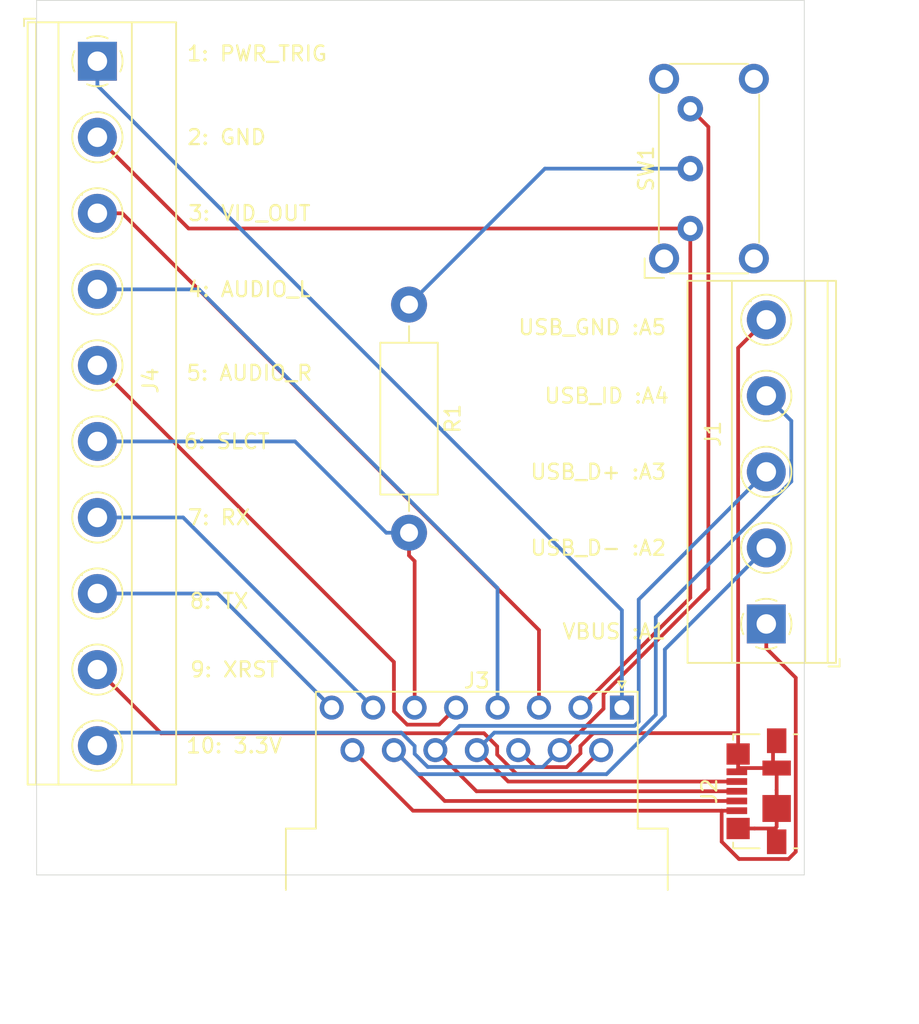
<source format=kicad_pcb>
(kicad_pcb (version 20171130) (host pcbnew 5.1.5-1.fc31)

  (general
    (thickness 1.6)
    (drawings 19)
    (tracks 112)
    (zones 0)
    (modules 6)
    (nets 17)
  )

  (page User 148.006 210.007)
  (title_block
    (title "Sony MultiPort Breakout board")
    (date 2020-05-22)
    (company "Andrej Manduch")
  )

  (layers
    (0 F.Cu signal)
    (31 B.Cu signal)
    (32 B.Adhes user)
    (33 F.Adhes user)
    (34 B.Paste user)
    (35 F.Paste user)
    (36 B.SilkS user)
    (37 F.SilkS user)
    (38 B.Mask user)
    (39 F.Mask user)
    (40 Dwgs.User user)
    (41 Cmts.User user)
    (42 Eco1.User user)
    (43 Eco2.User user)
    (44 Edge.Cuts user)
    (45 Margin user)
    (46 B.CrtYd user)
    (47 F.CrtYd user)
    (48 B.Fab user)
    (49 F.Fab user)
  )

  (setup
    (last_trace_width 0.25)
    (trace_clearance 0.2)
    (zone_clearance 0.508)
    (zone_45_only no)
    (trace_min 0.2)
    (via_size 0.8)
    (via_drill 0.4)
    (via_min_size 0.4)
    (via_min_drill 0.3)
    (uvia_size 0.3)
    (uvia_drill 0.1)
    (uvias_allowed no)
    (uvia_min_size 0.2)
    (uvia_min_drill 0.1)
    (edge_width 0.05)
    (segment_width 0.2)
    (pcb_text_width 0.3)
    (pcb_text_size 1.5 1.5)
    (mod_edge_width 0.12)
    (mod_text_size 1 1)
    (mod_text_width 0.15)
    (pad_size 1.524 1.524)
    (pad_drill 0.762)
    (pad_to_mask_clearance 0.051)
    (solder_mask_min_width 0.25)
    (aux_axis_origin 0 0)
    (visible_elements FFFFFF7F)
    (pcbplotparams
      (layerselection 0x010fc_ffffffff)
      (usegerberextensions false)
      (usegerberattributes false)
      (usegerberadvancedattributes false)
      (creategerberjobfile false)
      (excludeedgelayer true)
      (linewidth 0.100000)
      (plotframeref false)
      (viasonmask false)
      (mode 1)
      (useauxorigin false)
      (hpglpennumber 1)
      (hpglpenspeed 20)
      (hpglpendiameter 15.000000)
      (psnegative false)
      (psa4output false)
      (plotreference true)
      (plotvalue true)
      (plotinvisibletext false)
      (padsonsilk false)
      (subtractmaskfromsilk false)
      (outputformat 1)
      (mirror false)
      (drillshape 0)
      (scaleselection 1)
      (outputdirectory "jlcpcb/"))
  )

  (net 0 "")
  (net 1 /VBUS)
  (net 2 /USB_D-)
  (net 3 /USB_D+)
  (net 4 /USB_ID)
  (net 5 /USB_GND)
  (net 6 /PWR_TGL)
  (net 7 /GND)
  (net 8 /VID_OUT)
  (net 9 /AUDIO_L)
  (net 10 /AUDIO_R)
  (net 11 /SLCT)
  (net 12 /RX)
  (net 13 /TX)
  (net 14 /XRST)
  (net 15 /33V)
  (net 16 "Net-(R1-Pad1)")

  (net_class Default "This is the default net class."
    (clearance 0.2)
    (trace_width 0.25)
    (via_dia 0.8)
    (via_drill 0.4)
    (uvia_dia 0.3)
    (uvia_drill 0.1)
    (add_net /33V)
    (add_net /AUDIO_L)
    (add_net /AUDIO_R)
    (add_net /GND)
    (add_net /PWR_TGL)
    (add_net /RX)
    (add_net /SLCT)
    (add_net /TX)
    (add_net /USB_D+)
    (add_net /USB_D-)
    (add_net /USB_GND)
    (add_net /USB_ID)
    (add_net /VBUS)
    (add_net /VID_OUT)
    (add_net /XRST)
    (add_net "Net-(R1-Pad1)")
  )

  (module Connector_Dsub:DSUB-15_Female_Horizontal_P2.77x2.84mm_EdgePinOffset9.40mm (layer F.Cu) (tedit 59FEDEE2) (tstamp 5EC823F7)
    (at 87.376 102.616)
    (descr "15-pin D-Sub connector, horizontal/angled (90 deg), THT-mount, female, pitch 2.77x2.84mm, pin-PCB-offset 9.4mm, see http://docs-europe.electrocomponents.com/webdocs/1585/0900766b81585df2.pdf")
    (tags "15-pin D-Sub connector horizontal angled 90deg THT female pitch 2.77x2.84mm pin-PCB-offset 9.4mm")
    (path /5EC9000C)
    (fp_text reference J3 (at -9.695 -1.8) (layer F.SilkS)
      (effects (font (size 1 1) (thickness 0.15)))
    )
    (fp_text value soldier_pads (at -9.695 20.31) (layer F.Fab)
      (effects (font (size 1 1) (thickness 0.15)))
    )
    (fp_text user %R (at -9.695 15.725) (layer F.Fab)
      (effects (font (size 1 1) (thickness 0.15)))
    )
    (fp_line (start 3.15 19.35) (end -22.5 19.35) (layer F.CrtYd) (width 0.05))
    (fp_line (start 3.15 13.15) (end 3.15 19.35) (layer F.CrtYd) (width 0.05))
    (fp_line (start 10.45 13.15) (end 3.15 13.15) (layer F.CrtYd) (width 0.05))
    (fp_line (start 10.45 11.75) (end 10.45 13.15) (layer F.CrtYd) (width 0.05))
    (fp_line (start 3.55 11.75) (end 10.45 11.75) (layer F.CrtYd) (width 0.05))
    (fp_line (start 3.55 7.65) (end 3.55 11.75) (layer F.CrtYd) (width 0.05))
    (fp_line (start 1.3 7.65) (end 3.55 7.65) (layer F.CrtYd) (width 0.05))
    (fp_line (start 1.3 -1.35) (end 1.3 7.65) (layer F.CrtYd) (width 0.05))
    (fp_line (start -20.7 -1.35) (end 1.3 -1.35) (layer F.CrtYd) (width 0.05))
    (fp_line (start -20.7 7.65) (end -20.7 -1.35) (layer F.CrtYd) (width 0.05))
    (fp_line (start -22.9 7.65) (end -20.7 7.65) (layer F.CrtYd) (width 0.05))
    (fp_line (start -22.9 11.75) (end -22.9 7.65) (layer F.CrtYd) (width 0.05))
    (fp_line (start -29.8 11.75) (end -22.9 11.75) (layer F.CrtYd) (width 0.05))
    (fp_line (start -29.8 13.15) (end -29.8 11.75) (layer F.CrtYd) (width 0.05))
    (fp_line (start -22.5 13.15) (end -29.8 13.15) (layer F.CrtYd) (width 0.05))
    (fp_line (start -22.5 19.35) (end -22.5 13.15) (layer F.CrtYd) (width 0.05))
    (fp_line (start 0 -1.321325) (end -0.25 -1.754338) (layer F.SilkS) (width 0.12))
    (fp_line (start 0.25 -1.754338) (end 0 -1.321325) (layer F.SilkS) (width 0.12))
    (fp_line (start -0.25 -1.754338) (end 0.25 -1.754338) (layer F.SilkS) (width 0.12))
    (fp_line (start 3.065 8.08) (end 3.065 12.18) (layer F.SilkS) (width 0.12))
    (fp_line (start 1.06 8.08) (end 3.065 8.08) (layer F.SilkS) (width 0.12))
    (fp_line (start 1.06 -1.06) (end 1.06 8.08) (layer F.SilkS) (width 0.12))
    (fp_line (start -20.45 -1.06) (end 1.06 -1.06) (layer F.SilkS) (width 0.12))
    (fp_line (start -20.45 8.08) (end -20.45 -1.06) (layer F.SilkS) (width 0.12))
    (fp_line (start -22.455 8.08) (end -20.45 8.08) (layer F.SilkS) (width 0.12))
    (fp_line (start -22.455 12.18) (end -22.455 8.08) (layer F.SilkS) (width 0.12))
    (fp_line (start 2.605 12.64) (end -21.995 12.64) (layer F.Fab) (width 0.1))
    (fp_line (start 2.605 18.81) (end 2.605 12.64) (layer F.Fab) (width 0.1))
    (fp_line (start -21.995 18.81) (end 2.605 18.81) (layer F.Fab) (width 0.1))
    (fp_line (start -21.995 12.64) (end -21.995 18.81) (layer F.Fab) (width 0.1))
    (fp_line (start 9.905 12.24) (end -29.295 12.24) (layer F.Fab) (width 0.1))
    (fp_line (start 9.905 12.64) (end 9.905 12.24) (layer F.Fab) (width 0.1))
    (fp_line (start -29.295 12.64) (end 9.905 12.64) (layer F.Fab) (width 0.1))
    (fp_line (start -29.295 12.24) (end -29.295 12.64) (layer F.Fab) (width 0.1))
    (fp_line (start 3.005 8.14) (end -22.395 8.14) (layer F.Fab) (width 0.1))
    (fp_line (start 3.005 12.24) (end 3.005 8.14) (layer F.Fab) (width 0.1))
    (fp_line (start -22.395 12.24) (end 3.005 12.24) (layer F.Fab) (width 0.1))
    (fp_line (start -22.395 8.14) (end -22.395 12.24) (layer F.Fab) (width 0.1))
    (fp_line (start -17.905 2.84) (end -17.905 8.14) (layer F.Fab) (width 0.1))
    (fp_line (start -18.005 2.84) (end -18.005 8.14) (layer F.Fab) (width 0.1))
    (fp_line (start -18.105 2.84) (end -18.105 8.14) (layer F.Fab) (width 0.1))
    (fp_line (start -15.135 2.84) (end -15.135 8.14) (layer F.Fab) (width 0.1))
    (fp_line (start -15.235 2.84) (end -15.235 8.14) (layer F.Fab) (width 0.1))
    (fp_line (start -15.335 2.84) (end -15.335 8.14) (layer F.Fab) (width 0.1))
    (fp_line (start -12.365 2.84) (end -12.365 8.14) (layer F.Fab) (width 0.1))
    (fp_line (start -12.465 2.84) (end -12.465 8.14) (layer F.Fab) (width 0.1))
    (fp_line (start -12.565 2.84) (end -12.565 8.14) (layer F.Fab) (width 0.1))
    (fp_line (start -9.595 2.84) (end -9.595 8.14) (layer F.Fab) (width 0.1))
    (fp_line (start -9.695 2.84) (end -9.695 8.14) (layer F.Fab) (width 0.1))
    (fp_line (start -9.795 2.84) (end -9.795 8.14) (layer F.Fab) (width 0.1))
    (fp_line (start -6.825 2.84) (end -6.825 8.14) (layer F.Fab) (width 0.1))
    (fp_line (start -6.925 2.84) (end -6.925 8.14) (layer F.Fab) (width 0.1))
    (fp_line (start -7.025 2.84) (end -7.025 8.14) (layer F.Fab) (width 0.1))
    (fp_line (start -4.055 2.84) (end -4.055 8.14) (layer F.Fab) (width 0.1))
    (fp_line (start -4.155 2.84) (end -4.155 8.14) (layer F.Fab) (width 0.1))
    (fp_line (start -4.255 2.84) (end -4.255 8.14) (layer F.Fab) (width 0.1))
    (fp_line (start -1.285 2.84) (end -1.285 8.14) (layer F.Fab) (width 0.1))
    (fp_line (start -1.385 2.84) (end -1.385 8.14) (layer F.Fab) (width 0.1))
    (fp_line (start -1.485 2.84) (end -1.485 8.14) (layer F.Fab) (width 0.1))
    (fp_line (start -19.29 0) (end -19.29 8.14) (layer F.Fab) (width 0.1))
    (fp_line (start -19.39 0) (end -19.39 8.14) (layer F.Fab) (width 0.1))
    (fp_line (start -19.49 0) (end -19.49 8.14) (layer F.Fab) (width 0.1))
    (fp_line (start -16.52 0) (end -16.52 8.14) (layer F.Fab) (width 0.1))
    (fp_line (start -16.62 0) (end -16.62 8.14) (layer F.Fab) (width 0.1))
    (fp_line (start -16.72 0) (end -16.72 8.14) (layer F.Fab) (width 0.1))
    (fp_line (start -13.75 0) (end -13.75 8.14) (layer F.Fab) (width 0.1))
    (fp_line (start -13.85 0) (end -13.85 8.14) (layer F.Fab) (width 0.1))
    (fp_line (start -13.95 0) (end -13.95 8.14) (layer F.Fab) (width 0.1))
    (fp_line (start -10.98 0) (end -10.98 8.14) (layer F.Fab) (width 0.1))
    (fp_line (start -11.08 0) (end -11.08 8.14) (layer F.Fab) (width 0.1))
    (fp_line (start -11.18 0) (end -11.18 8.14) (layer F.Fab) (width 0.1))
    (fp_line (start -8.21 0) (end -8.21 8.14) (layer F.Fab) (width 0.1))
    (fp_line (start -8.31 0) (end -8.31 8.14) (layer F.Fab) (width 0.1))
    (fp_line (start -8.41 0) (end -8.41 8.14) (layer F.Fab) (width 0.1))
    (fp_line (start -5.44 0) (end -5.44 8.14) (layer F.Fab) (width 0.1))
    (fp_line (start -5.54 0) (end -5.54 8.14) (layer F.Fab) (width 0.1))
    (fp_line (start -5.64 0) (end -5.64 8.14) (layer F.Fab) (width 0.1))
    (fp_line (start -2.67 0) (end -2.67 8.14) (layer F.Fab) (width 0.1))
    (fp_line (start -2.77 0) (end -2.77 8.14) (layer F.Fab) (width 0.1))
    (fp_line (start -2.87 0) (end -2.87 8.14) (layer F.Fab) (width 0.1))
    (fp_line (start 0.1 0) (end 0.1 8.14) (layer F.Fab) (width 0.1))
    (fp_line (start 0 0) (end 0 8.14) (layer F.Fab) (width 0.1))
    (fp_line (start -0.1 0) (end -0.1 8.14) (layer F.Fab) (width 0.1))
    (pad 15 thru_hole circle (at -18.005 2.84) (size 1.6 1.6) (drill 1) (layers *.Cu *.Mask)
      (net 1 /VBUS))
    (pad 14 thru_hole circle (at -15.235 2.84) (size 1.6 1.6) (drill 1) (layers *.Cu *.Mask)
      (net 2 /USB_D-))
    (pad 13 thru_hole circle (at -12.465 2.84) (size 1.6 1.6) (drill 1) (layers *.Cu *.Mask)
      (net 3 /USB_D+))
    (pad 12 thru_hole circle (at -9.695 2.84) (size 1.6 1.6) (drill 1) (layers *.Cu *.Mask)
      (net 4 /USB_ID))
    (pad 11 thru_hole circle (at -6.925 2.84) (size 1.6 1.6) (drill 1) (layers *.Cu *.Mask)
      (net 5 /USB_GND))
    (pad 10 thru_hole circle (at -4.155 2.84) (size 1.6 1.6) (drill 1) (layers *.Cu *.Mask)
      (net 15 /33V))
    (pad 9 thru_hole circle (at -1.385 2.84) (size 1.6 1.6) (drill 1) (layers *.Cu *.Mask)
      (net 14 /XRST))
    (pad 8 thru_hole circle (at -19.39 0) (size 1.6 1.6) (drill 1) (layers *.Cu *.Mask)
      (net 13 /TX))
    (pad 7 thru_hole circle (at -16.62 0) (size 1.6 1.6) (drill 1) (layers *.Cu *.Mask)
      (net 12 /RX))
    (pad 6 thru_hole circle (at -13.85 0) (size 1.6 1.6) (drill 1) (layers *.Cu *.Mask)
      (net 11 /SLCT))
    (pad 5 thru_hole circle (at -11.08 0) (size 1.6 1.6) (drill 1) (layers *.Cu *.Mask)
      (net 10 /AUDIO_R))
    (pad 4 thru_hole circle (at -8.31 0) (size 1.6 1.6) (drill 1) (layers *.Cu *.Mask)
      (net 9 /AUDIO_L))
    (pad 3 thru_hole circle (at -5.54 0) (size 1.6 1.6) (drill 1) (layers *.Cu *.Mask)
      (net 8 /VID_OUT))
    (pad 2 thru_hole circle (at -2.77 0) (size 1.6 1.6) (drill 1) (layers *.Cu *.Mask)
      (net 7 /GND))
    (pad 1 thru_hole rect (at 0 0) (size 1.6 1.6) (drill 1) (layers *.Cu *.Mask)
      (net 6 /PWR_TGL))
    (model ${KISYS3DMOD}/Connector_Dsub.3dshapes/DSUB-15_Female_Horizontal_P2.77x2.84mm_EdgePinOffset9.40mm.wrl
      (at (xyz 0 0 0))
      (scale (xyz 1 1 1))
      (rotate (xyz 0 0 0))
    )
  )

  (module Connector_USB:USB_Micro-B_Molex_47346-0001 (layer F.Cu) (tedit 5D8620A7) (tstamp 5EC82390)
    (at 96.52 108.204 90)
    (descr "Micro USB B receptable with flange, bottom-mount, SMD, right-angle (http://www.molex.com/pdm_docs/sd/473460001_sd.pdf)")
    (tags "Micro B USB SMD")
    (path /5EC78F39)
    (attr smd)
    (fp_text reference J2 (at 0 -3.3 270) (layer F.SilkS)
      (effects (font (size 1 1) (thickness 0.15)))
    )
    (fp_text value USB_B_Micro (at 0 4.6 270) (layer F.Fab)
      (effects (font (size 1 1) (thickness 0.15)))
    )
    (fp_text user "PCB Edge" (at 0 2.67 270) (layer Dwgs.User)
      (effects (font (size 0.4 0.4) (thickness 0.04)))
    )
    (fp_text user %R (at 0 1.2 90) (layer F.Fab)
      (effects (font (size 1 1) (thickness 0.15)))
    )
    (fp_line (start 3.81 -1.71) (end 3.43 -1.71) (layer F.SilkS) (width 0.12))
    (fp_line (start 4.7 3.85) (end -4.7 3.85) (layer F.CrtYd) (width 0.05))
    (fp_line (start 4.7 -2.65) (end 4.7 3.85) (layer F.CrtYd) (width 0.05))
    (fp_line (start -4.7 -2.65) (end 4.7 -2.65) (layer F.CrtYd) (width 0.05))
    (fp_line (start -4.7 3.85) (end -4.7 -2.65) (layer F.CrtYd) (width 0.05))
    (fp_line (start 3.75 3.35) (end -3.75 3.35) (layer F.Fab) (width 0.1))
    (fp_line (start 3.75 -1.65) (end 3.75 3.35) (layer F.Fab) (width 0.1))
    (fp_line (start -3.75 -1.65) (end 3.75 -1.65) (layer F.Fab) (width 0.1))
    (fp_line (start -3.75 3.35) (end -3.75 -1.65) (layer F.Fab) (width 0.1))
    (fp_line (start 3.81 2.34) (end 3.81 2.6) (layer F.SilkS) (width 0.12))
    (fp_line (start 3.81 -1.71) (end 3.81 0.06) (layer F.SilkS) (width 0.12))
    (fp_line (start -3.81 -1.71) (end -3.43 -1.71) (layer F.SilkS) (width 0.12))
    (fp_line (start -3.81 0.06) (end -3.81 -1.71) (layer F.SilkS) (width 0.12))
    (fp_line (start -3.81 2.6) (end -3.81 2.34) (layer F.SilkS) (width 0.12))
    (fp_line (start -3.25 2.65) (end 3.25 2.65) (layer F.Fab) (width 0.1))
    (pad 1 smd rect (at -1.3 -1.46 90) (size 0.45 1.38) (layers F.Cu F.Paste F.Mask)
      (net 1 /VBUS))
    (pad 2 smd rect (at -0.65 -1.46 90) (size 0.45 1.38) (layers F.Cu F.Paste F.Mask)
      (net 2 /USB_D-))
    (pad 3 smd rect (at 0 -1.46 90) (size 0.45 1.38) (layers F.Cu F.Paste F.Mask)
      (net 3 /USB_D+))
    (pad 4 smd rect (at 0.65 -1.46 90) (size 0.45 1.38) (layers F.Cu F.Paste F.Mask)
      (net 4 /USB_ID))
    (pad 5 smd rect (at 1.3 -1.46 90) (size 0.45 1.38) (layers F.Cu F.Paste F.Mask)
      (net 5 /USB_GND))
    (pad 6 smd rect (at -2.4875 -1.375 90) (size 1.425 1.55) (layers F.Cu F.Paste F.Mask)
      (net 5 /USB_GND))
    (pad 6 smd rect (at 2.4875 -1.375 90) (size 1.425 1.55) (layers F.Cu F.Paste F.Mask)
      (net 5 /USB_GND))
    (pad 6 smd rect (at -3.375 1.2 90) (size 1.65 1.3) (layers F.Cu F.Paste F.Mask)
      (net 5 /USB_GND))
    (pad 6 smd rect (at 3.375 1.2 90) (size 1.65 1.3) (layers F.Cu F.Paste F.Mask)
      (net 5 /USB_GND))
    (pad 6 smd rect (at -1.15 1.2 90) (size 1.8 1.9) (layers F.Cu F.Paste F.Mask)
      (net 5 /USB_GND))
    (pad 6 smd rect (at 1.55 1.2 90) (size 1 1.9) (layers F.Cu F.Paste F.Mask)
      (net 5 /USB_GND))
    (model ${KISYS3DMOD}/Connector_USB.3dshapes/USB_Micro-B_Molex_47346-0001.wrl
      (at (xyz 0 0 0))
      (scale (xyz 1 1 1))
      (rotate (xyz 0 0 0))
    )
  )

  (module TerminalBlock_Phoenix:TerminalBlock_Phoenix_MKDS-1,5-10-5.08_1x10_P5.08mm_Horizontal (layer F.Cu) (tedit 5B294EC5) (tstamp 5EC8246B)
    (at 52.324 59.436 270)
    (descr "Terminal Block Phoenix MKDS-1,5-10-5.08, 10 pins, pitch 5.08mm, size 50.8x9.8mm^2, drill diamater 1.3mm, pad diameter 2.6mm, see http://www.farnell.com/datasheets/100425.pdf, script-generated using https://github.com/pointhi/kicad-footprint-generator/scripts/TerminalBlock_Phoenix")
    (tags "THT Terminal Block Phoenix MKDS-1,5-10-5.08 pitch 5.08mm size 50.8x9.8mm^2 drill 1.3mm pad 2.6mm")
    (path /5EC784F5)
    (fp_text reference J4 (at 21.336 -3.556 90) (layer F.SilkS)
      (effects (font (size 1 1) (thickness 0.15)))
    )
    (fp_text value MULT_terminal (at 22.86 5.66 90) (layer F.Fab)
      (effects (font (size 1 1) (thickness 0.15)))
    )
    (fp_arc (start 0 0) (end 0 1.68) (angle -24) (layer F.SilkS) (width 0.12))
    (fp_arc (start 0 0) (end 1.535 0.684) (angle -48) (layer F.SilkS) (width 0.12))
    (fp_arc (start 0 0) (end 0.684 -1.535) (angle -48) (layer F.SilkS) (width 0.12))
    (fp_arc (start 0 0) (end -1.535 -0.684) (angle -48) (layer F.SilkS) (width 0.12))
    (fp_arc (start 0 0) (end -0.684 1.535) (angle -25) (layer F.SilkS) (width 0.12))
    (fp_circle (center 0 0) (end 1.5 0) (layer F.Fab) (width 0.1))
    (fp_circle (center 5.08 0) (end 6.58 0) (layer F.Fab) (width 0.1))
    (fp_circle (center 5.08 0) (end 6.76 0) (layer F.SilkS) (width 0.12))
    (fp_circle (center 10.16 0) (end 11.66 0) (layer F.Fab) (width 0.1))
    (fp_circle (center 10.16 0) (end 11.84 0) (layer F.SilkS) (width 0.12))
    (fp_circle (center 15.24 0) (end 16.74 0) (layer F.Fab) (width 0.1))
    (fp_circle (center 15.24 0) (end 16.92 0) (layer F.SilkS) (width 0.12))
    (fp_circle (center 20.32 0) (end 21.82 0) (layer F.Fab) (width 0.1))
    (fp_circle (center 20.32 0) (end 22 0) (layer F.SilkS) (width 0.12))
    (fp_circle (center 25.4 0) (end 26.9 0) (layer F.Fab) (width 0.1))
    (fp_circle (center 25.4 0) (end 27.08 0) (layer F.SilkS) (width 0.12))
    (fp_circle (center 30.48 0) (end 31.98 0) (layer F.Fab) (width 0.1))
    (fp_circle (center 30.48 0) (end 32.16 0) (layer F.SilkS) (width 0.12))
    (fp_circle (center 35.56 0) (end 37.06 0) (layer F.Fab) (width 0.1))
    (fp_circle (center 35.56 0) (end 37.24 0) (layer F.SilkS) (width 0.12))
    (fp_circle (center 40.64 0) (end 42.14 0) (layer F.Fab) (width 0.1))
    (fp_circle (center 40.64 0) (end 42.32 0) (layer F.SilkS) (width 0.12))
    (fp_circle (center 45.72 0) (end 47.22 0) (layer F.Fab) (width 0.1))
    (fp_circle (center 45.72 0) (end 47.4 0) (layer F.SilkS) (width 0.12))
    (fp_line (start -2.54 -5.2) (end 48.26 -5.2) (layer F.Fab) (width 0.1))
    (fp_line (start 48.26 -5.2) (end 48.26 4.6) (layer F.Fab) (width 0.1))
    (fp_line (start 48.26 4.6) (end -2.04 4.6) (layer F.Fab) (width 0.1))
    (fp_line (start -2.04 4.6) (end -2.54 4.1) (layer F.Fab) (width 0.1))
    (fp_line (start -2.54 4.1) (end -2.54 -5.2) (layer F.Fab) (width 0.1))
    (fp_line (start -2.54 4.1) (end 48.26 4.1) (layer F.Fab) (width 0.1))
    (fp_line (start -2.6 4.1) (end 48.32 4.1) (layer F.SilkS) (width 0.12))
    (fp_line (start -2.54 2.6) (end 48.26 2.6) (layer F.Fab) (width 0.1))
    (fp_line (start -2.6 2.6) (end 48.32 2.6) (layer F.SilkS) (width 0.12))
    (fp_line (start -2.54 -2.3) (end 48.26 -2.3) (layer F.Fab) (width 0.1))
    (fp_line (start -2.6 -2.301) (end 48.32 -2.301) (layer F.SilkS) (width 0.12))
    (fp_line (start -2.6 -5.261) (end 48.32 -5.261) (layer F.SilkS) (width 0.12))
    (fp_line (start -2.6 4.66) (end 48.32 4.66) (layer F.SilkS) (width 0.12))
    (fp_line (start -2.6 -5.261) (end -2.6 4.66) (layer F.SilkS) (width 0.12))
    (fp_line (start 48.32 -5.261) (end 48.32 4.66) (layer F.SilkS) (width 0.12))
    (fp_line (start 1.138 -0.955) (end -0.955 1.138) (layer F.Fab) (width 0.1))
    (fp_line (start 0.955 -1.138) (end -1.138 0.955) (layer F.Fab) (width 0.1))
    (fp_line (start 6.218 -0.955) (end 4.126 1.138) (layer F.Fab) (width 0.1))
    (fp_line (start 6.035 -1.138) (end 3.943 0.955) (layer F.Fab) (width 0.1))
    (fp_line (start 6.355 -1.069) (end 6.308 -1.023) (layer F.SilkS) (width 0.12))
    (fp_line (start 4.046 1.239) (end 4.011 1.274) (layer F.SilkS) (width 0.12))
    (fp_line (start 6.15 -1.275) (end 6.115 -1.239) (layer F.SilkS) (width 0.12))
    (fp_line (start 3.853 1.023) (end 3.806 1.069) (layer F.SilkS) (width 0.12))
    (fp_line (start 11.298 -0.955) (end 9.206 1.138) (layer F.Fab) (width 0.1))
    (fp_line (start 11.115 -1.138) (end 9.023 0.955) (layer F.Fab) (width 0.1))
    (fp_line (start 11.435 -1.069) (end 11.388 -1.023) (layer F.SilkS) (width 0.12))
    (fp_line (start 9.126 1.239) (end 9.091 1.274) (layer F.SilkS) (width 0.12))
    (fp_line (start 11.23 -1.275) (end 11.195 -1.239) (layer F.SilkS) (width 0.12))
    (fp_line (start 8.933 1.023) (end 8.886 1.069) (layer F.SilkS) (width 0.12))
    (fp_line (start 16.378 -0.955) (end 14.286 1.138) (layer F.Fab) (width 0.1))
    (fp_line (start 16.195 -1.138) (end 14.103 0.955) (layer F.Fab) (width 0.1))
    (fp_line (start 16.515 -1.069) (end 16.468 -1.023) (layer F.SilkS) (width 0.12))
    (fp_line (start 14.206 1.239) (end 14.171 1.274) (layer F.SilkS) (width 0.12))
    (fp_line (start 16.31 -1.275) (end 16.275 -1.239) (layer F.SilkS) (width 0.12))
    (fp_line (start 14.013 1.023) (end 13.966 1.069) (layer F.SilkS) (width 0.12))
    (fp_line (start 21.458 -0.955) (end 19.366 1.138) (layer F.Fab) (width 0.1))
    (fp_line (start 21.275 -1.138) (end 19.183 0.955) (layer F.Fab) (width 0.1))
    (fp_line (start 21.595 -1.069) (end 21.548 -1.023) (layer F.SilkS) (width 0.12))
    (fp_line (start 19.286 1.239) (end 19.251 1.274) (layer F.SilkS) (width 0.12))
    (fp_line (start 21.39 -1.275) (end 21.355 -1.239) (layer F.SilkS) (width 0.12))
    (fp_line (start 19.093 1.023) (end 19.046 1.069) (layer F.SilkS) (width 0.12))
    (fp_line (start 26.538 -0.955) (end 24.446 1.138) (layer F.Fab) (width 0.1))
    (fp_line (start 26.355 -1.138) (end 24.263 0.955) (layer F.Fab) (width 0.1))
    (fp_line (start 26.675 -1.069) (end 26.628 -1.023) (layer F.SilkS) (width 0.12))
    (fp_line (start 24.366 1.239) (end 24.331 1.274) (layer F.SilkS) (width 0.12))
    (fp_line (start 26.47 -1.275) (end 26.435 -1.239) (layer F.SilkS) (width 0.12))
    (fp_line (start 24.173 1.023) (end 24.126 1.069) (layer F.SilkS) (width 0.12))
    (fp_line (start 31.618 -0.955) (end 29.526 1.138) (layer F.Fab) (width 0.1))
    (fp_line (start 31.435 -1.138) (end 29.343 0.955) (layer F.Fab) (width 0.1))
    (fp_line (start 31.755 -1.069) (end 31.708 -1.023) (layer F.SilkS) (width 0.12))
    (fp_line (start 29.446 1.239) (end 29.411 1.274) (layer F.SilkS) (width 0.12))
    (fp_line (start 31.55 -1.275) (end 31.515 -1.239) (layer F.SilkS) (width 0.12))
    (fp_line (start 29.253 1.023) (end 29.206 1.069) (layer F.SilkS) (width 0.12))
    (fp_line (start 36.698 -0.955) (end 34.606 1.138) (layer F.Fab) (width 0.1))
    (fp_line (start 36.515 -1.138) (end 34.423 0.955) (layer F.Fab) (width 0.1))
    (fp_line (start 36.835 -1.069) (end 36.788 -1.023) (layer F.SilkS) (width 0.12))
    (fp_line (start 34.526 1.239) (end 34.491 1.274) (layer F.SilkS) (width 0.12))
    (fp_line (start 36.63 -1.275) (end 36.595 -1.239) (layer F.SilkS) (width 0.12))
    (fp_line (start 34.333 1.023) (end 34.286 1.069) (layer F.SilkS) (width 0.12))
    (fp_line (start 41.778 -0.955) (end 39.686 1.138) (layer F.Fab) (width 0.1))
    (fp_line (start 41.595 -1.138) (end 39.503 0.955) (layer F.Fab) (width 0.1))
    (fp_line (start 41.915 -1.069) (end 41.868 -1.023) (layer F.SilkS) (width 0.12))
    (fp_line (start 39.606 1.239) (end 39.571 1.274) (layer F.SilkS) (width 0.12))
    (fp_line (start 41.71 -1.275) (end 41.675 -1.239) (layer F.SilkS) (width 0.12))
    (fp_line (start 39.413 1.023) (end 39.366 1.069) (layer F.SilkS) (width 0.12))
    (fp_line (start 46.858 -0.955) (end 44.766 1.138) (layer F.Fab) (width 0.1))
    (fp_line (start 46.675 -1.138) (end 44.583 0.955) (layer F.Fab) (width 0.1))
    (fp_line (start 46.995 -1.069) (end 46.948 -1.023) (layer F.SilkS) (width 0.12))
    (fp_line (start 44.686 1.239) (end 44.651 1.274) (layer F.SilkS) (width 0.12))
    (fp_line (start 46.79 -1.275) (end 46.755 -1.239) (layer F.SilkS) (width 0.12))
    (fp_line (start 44.493 1.023) (end 44.446 1.069) (layer F.SilkS) (width 0.12))
    (fp_line (start -2.84 4.16) (end -2.84 4.9) (layer F.SilkS) (width 0.12))
    (fp_line (start -2.84 4.9) (end -2.34 4.9) (layer F.SilkS) (width 0.12))
    (fp_line (start -3.04 -5.71) (end -3.04 5.1) (layer F.CrtYd) (width 0.05))
    (fp_line (start -3.04 5.1) (end 48.76 5.1) (layer F.CrtYd) (width 0.05))
    (fp_line (start 48.76 5.1) (end 48.76 -5.71) (layer F.CrtYd) (width 0.05))
    (fp_line (start 48.76 -5.71) (end -3.04 -5.71) (layer F.CrtYd) (width 0.05))
    (fp_text user %R (at 22.86 3.2 90) (layer F.Fab)
      (effects (font (size 1 1) (thickness 0.15)))
    )
    (pad 1 thru_hole rect (at 0 0 270) (size 2.6 2.6) (drill 1.3) (layers *.Cu *.Mask)
      (net 6 /PWR_TGL))
    (pad 2 thru_hole circle (at 5.08 0 270) (size 2.6 2.6) (drill 1.3) (layers *.Cu *.Mask)
      (net 7 /GND))
    (pad 3 thru_hole circle (at 10.16 0 270) (size 2.6 2.6) (drill 1.3) (layers *.Cu *.Mask)
      (net 8 /VID_OUT))
    (pad 4 thru_hole circle (at 15.24 0 270) (size 2.6 2.6) (drill 1.3) (layers *.Cu *.Mask)
      (net 9 /AUDIO_L))
    (pad 5 thru_hole circle (at 20.32 0 270) (size 2.6 2.6) (drill 1.3) (layers *.Cu *.Mask)
      (net 10 /AUDIO_R))
    (pad 6 thru_hole circle (at 25.4 0 270) (size 2.6 2.6) (drill 1.3) (layers *.Cu *.Mask)
      (net 11 /SLCT))
    (pad 7 thru_hole circle (at 30.48 0 270) (size 2.6 2.6) (drill 1.3) (layers *.Cu *.Mask)
      (net 12 /RX))
    (pad 8 thru_hole circle (at 35.56 0 270) (size 2.6 2.6) (drill 1.3) (layers *.Cu *.Mask)
      (net 13 /TX))
    (pad 9 thru_hole circle (at 40.64 0 270) (size 2.6 2.6) (drill 1.3) (layers *.Cu *.Mask)
      (net 14 /XRST))
    (pad 10 thru_hole circle (at 45.72 0 270) (size 2.6 2.6) (drill 1.3) (layers *.Cu *.Mask)
      (net 15 /33V))
    (model ${KISYS3DMOD}/TerminalBlock_Phoenix.3dshapes/TerminalBlock_Phoenix_MKDS-1,5-10-5.08_1x10_P5.08mm_Horizontal.wrl
      (at (xyz 0 0 0))
      (scale (xyz 1 1 1))
      (rotate (xyz 0 0 0))
    )
  )

  (module TerminalBlock_Phoenix:TerminalBlock_Phoenix_MKDS-1,5-5-5.08_1x05_P5.08mm_Horizontal (layer F.Cu) (tedit 5B294EBD) (tstamp 5EC82370)
    (at 97.028 97.028 90)
    (descr "Terminal Block Phoenix MKDS-1,5-5-5.08, 5 pins, pitch 5.08mm, size 25.4x9.8mm^2, drill diamater 1.3mm, pad diameter 2.6mm, see http://www.farnell.com/datasheets/100425.pdf, script-generated using https://github.com/pointhi/kicad-footprint-generator/scripts/TerminalBlock_Phoenix")
    (tags "THT Terminal Block Phoenix MKDS-1,5-5-5.08 pitch 5.08mm size 25.4x9.8mm^2 drill 1.3mm pad 2.6mm")
    (path /5EC77F4F)
    (fp_text reference J1 (at 12.7 -3.556 90) (layer F.SilkS)
      (effects (font (size 1 1) (thickness 0.15)))
    )
    (fp_text value USB_terminal (at 10.16 5.66 90) (layer F.Fab)
      (effects (font (size 1 1) (thickness 0.15)))
    )
    (fp_arc (start 0 0) (end 0 1.68) (angle -24) (layer F.SilkS) (width 0.12))
    (fp_arc (start 0 0) (end 1.535 0.684) (angle -48) (layer F.SilkS) (width 0.12))
    (fp_arc (start 0 0) (end 0.684 -1.535) (angle -48) (layer F.SilkS) (width 0.12))
    (fp_arc (start 0 0) (end -1.535 -0.684) (angle -48) (layer F.SilkS) (width 0.12))
    (fp_arc (start 0 0) (end -0.684 1.535) (angle -25) (layer F.SilkS) (width 0.12))
    (fp_circle (center 0 0) (end 1.5 0) (layer F.Fab) (width 0.1))
    (fp_circle (center 5.08 0) (end 6.58 0) (layer F.Fab) (width 0.1))
    (fp_circle (center 5.08 0) (end 6.76 0) (layer F.SilkS) (width 0.12))
    (fp_circle (center 10.16 0) (end 11.66 0) (layer F.Fab) (width 0.1))
    (fp_circle (center 10.16 0) (end 11.84 0) (layer F.SilkS) (width 0.12))
    (fp_circle (center 15.24 0) (end 16.74 0) (layer F.Fab) (width 0.1))
    (fp_circle (center 15.24 0) (end 16.92 0) (layer F.SilkS) (width 0.12))
    (fp_circle (center 20.32 0) (end 21.82 0) (layer F.Fab) (width 0.1))
    (fp_circle (center 20.32 0) (end 22 0) (layer F.SilkS) (width 0.12))
    (fp_line (start -2.54 -5.2) (end 22.86 -5.2) (layer F.Fab) (width 0.1))
    (fp_line (start 22.86 -5.2) (end 22.86 4.6) (layer F.Fab) (width 0.1))
    (fp_line (start 22.86 4.6) (end -2.04 4.6) (layer F.Fab) (width 0.1))
    (fp_line (start -2.04 4.6) (end -2.54 4.1) (layer F.Fab) (width 0.1))
    (fp_line (start -2.54 4.1) (end -2.54 -5.2) (layer F.Fab) (width 0.1))
    (fp_line (start -2.54 4.1) (end 22.86 4.1) (layer F.Fab) (width 0.1))
    (fp_line (start -2.6 4.1) (end 22.92 4.1) (layer F.SilkS) (width 0.12))
    (fp_line (start -2.54 2.6) (end 22.86 2.6) (layer F.Fab) (width 0.1))
    (fp_line (start -2.6 2.6) (end 22.92 2.6) (layer F.SilkS) (width 0.12))
    (fp_line (start -2.54 -2.3) (end 22.86 -2.3) (layer F.Fab) (width 0.1))
    (fp_line (start -2.6 -2.301) (end 22.92 -2.301) (layer F.SilkS) (width 0.12))
    (fp_line (start -2.6 -5.261) (end 22.92 -5.261) (layer F.SilkS) (width 0.12))
    (fp_line (start -2.6 4.66) (end 22.92 4.66) (layer F.SilkS) (width 0.12))
    (fp_line (start -2.6 -5.261) (end -2.6 4.66) (layer F.SilkS) (width 0.12))
    (fp_line (start 22.92 -5.261) (end 22.92 4.66) (layer F.SilkS) (width 0.12))
    (fp_line (start 1.138 -0.955) (end -0.955 1.138) (layer F.Fab) (width 0.1))
    (fp_line (start 0.955 -1.138) (end -1.138 0.955) (layer F.Fab) (width 0.1))
    (fp_line (start 6.218 -0.955) (end 4.126 1.138) (layer F.Fab) (width 0.1))
    (fp_line (start 6.035 -1.138) (end 3.943 0.955) (layer F.Fab) (width 0.1))
    (fp_line (start 6.355 -1.069) (end 6.308 -1.023) (layer F.SilkS) (width 0.12))
    (fp_line (start 4.046 1.239) (end 4.011 1.274) (layer F.SilkS) (width 0.12))
    (fp_line (start 6.15 -1.275) (end 6.115 -1.239) (layer F.SilkS) (width 0.12))
    (fp_line (start 3.853 1.023) (end 3.806 1.069) (layer F.SilkS) (width 0.12))
    (fp_line (start 11.298 -0.955) (end 9.206 1.138) (layer F.Fab) (width 0.1))
    (fp_line (start 11.115 -1.138) (end 9.023 0.955) (layer F.Fab) (width 0.1))
    (fp_line (start 11.435 -1.069) (end 11.388 -1.023) (layer F.SilkS) (width 0.12))
    (fp_line (start 9.126 1.239) (end 9.091 1.274) (layer F.SilkS) (width 0.12))
    (fp_line (start 11.23 -1.275) (end 11.195 -1.239) (layer F.SilkS) (width 0.12))
    (fp_line (start 8.933 1.023) (end 8.886 1.069) (layer F.SilkS) (width 0.12))
    (fp_line (start 16.378 -0.955) (end 14.286 1.138) (layer F.Fab) (width 0.1))
    (fp_line (start 16.195 -1.138) (end 14.103 0.955) (layer F.Fab) (width 0.1))
    (fp_line (start 16.515 -1.069) (end 16.468 -1.023) (layer F.SilkS) (width 0.12))
    (fp_line (start 14.206 1.239) (end 14.171 1.274) (layer F.SilkS) (width 0.12))
    (fp_line (start 16.31 -1.275) (end 16.275 -1.239) (layer F.SilkS) (width 0.12))
    (fp_line (start 14.013 1.023) (end 13.966 1.069) (layer F.SilkS) (width 0.12))
    (fp_line (start 21.458 -0.955) (end 19.366 1.138) (layer F.Fab) (width 0.1))
    (fp_line (start 21.275 -1.138) (end 19.183 0.955) (layer F.Fab) (width 0.1))
    (fp_line (start 21.595 -1.069) (end 21.548 -1.023) (layer F.SilkS) (width 0.12))
    (fp_line (start 19.286 1.239) (end 19.251 1.274) (layer F.SilkS) (width 0.12))
    (fp_line (start 21.39 -1.275) (end 21.355 -1.239) (layer F.SilkS) (width 0.12))
    (fp_line (start 19.093 1.023) (end 19.046 1.069) (layer F.SilkS) (width 0.12))
    (fp_line (start -2.84 4.16) (end -2.84 4.9) (layer F.SilkS) (width 0.12))
    (fp_line (start -2.84 4.9) (end -2.34 4.9) (layer F.SilkS) (width 0.12))
    (fp_line (start -3.04 -5.71) (end -3.04 5.1) (layer F.CrtYd) (width 0.05))
    (fp_line (start -3.04 5.1) (end 23.36 5.1) (layer F.CrtYd) (width 0.05))
    (fp_line (start 23.36 5.1) (end 23.36 -5.71) (layer F.CrtYd) (width 0.05))
    (fp_line (start 23.36 -5.71) (end -3.04 -5.71) (layer F.CrtYd) (width 0.05))
    (fp_text user %R (at 10.16 3.2 90) (layer F.Fab)
      (effects (font (size 1 1) (thickness 0.15)))
    )
    (pad 1 thru_hole rect (at 0 0 90) (size 2.6 2.6) (drill 1.3) (layers *.Cu *.Mask)
      (net 1 /VBUS))
    (pad 2 thru_hole circle (at 5.08 0 90) (size 2.6 2.6) (drill 1.3) (layers *.Cu *.Mask)
      (net 2 /USB_D-))
    (pad 3 thru_hole circle (at 10.16 0 90) (size 2.6 2.6) (drill 1.3) (layers *.Cu *.Mask)
      (net 3 /USB_D+))
    (pad 4 thru_hole circle (at 15.24 0 90) (size 2.6 2.6) (drill 1.3) (layers *.Cu *.Mask)
      (net 4 /USB_ID))
    (pad 5 thru_hole circle (at 20.32 0 90) (size 2.6 2.6) (drill 1.3) (layers *.Cu *.Mask)
      (net 5 /USB_GND))
    (model ${KISYS3DMOD}/TerminalBlock_Phoenix.3dshapes/TerminalBlock_Phoenix_MKDS-1,5-5-5.08_1x05_P5.08mm_Horizontal.wrl
      (at (xyz 0 0 0))
      (scale (xyz 1 1 1))
      (rotate (xyz 0 0 0))
    )
  )

  (module Resistor_THT:R_Axial_DIN0411_L9.9mm_D3.6mm_P15.24mm_Horizontal (layer F.Cu) (tedit 5AE5139B) (tstamp 5EC82482)
    (at 73.152 75.692 270)
    (descr "Resistor, Axial_DIN0411 series, Axial, Horizontal, pin pitch=15.24mm, 1W, length*diameter=9.9*3.6mm^2")
    (tags "Resistor Axial_DIN0411 series Axial Horizontal pin pitch 15.24mm 1W length 9.9mm diameter 3.6mm")
    (path /5EC77C30)
    (fp_text reference R1 (at 7.62 -2.92 90) (layer F.SilkS)
      (effects (font (size 1 1) (thickness 0.15)))
    )
    (fp_text value 100R (at 7.62 2.92 90) (layer F.Fab)
      (effects (font (size 1 1) (thickness 0.15)))
    )
    (fp_line (start 2.67 -1.8) (end 2.67 1.8) (layer F.Fab) (width 0.1))
    (fp_line (start 2.67 1.8) (end 12.57 1.8) (layer F.Fab) (width 0.1))
    (fp_line (start 12.57 1.8) (end 12.57 -1.8) (layer F.Fab) (width 0.1))
    (fp_line (start 12.57 -1.8) (end 2.67 -1.8) (layer F.Fab) (width 0.1))
    (fp_line (start 0 0) (end 2.67 0) (layer F.Fab) (width 0.1))
    (fp_line (start 15.24 0) (end 12.57 0) (layer F.Fab) (width 0.1))
    (fp_line (start 2.55 -1.92) (end 2.55 1.92) (layer F.SilkS) (width 0.12))
    (fp_line (start 2.55 1.92) (end 12.69 1.92) (layer F.SilkS) (width 0.12))
    (fp_line (start 12.69 1.92) (end 12.69 -1.92) (layer F.SilkS) (width 0.12))
    (fp_line (start 12.69 -1.92) (end 2.55 -1.92) (layer F.SilkS) (width 0.12))
    (fp_line (start 1.44 0) (end 2.55 0) (layer F.SilkS) (width 0.12))
    (fp_line (start 13.8 0) (end 12.69 0) (layer F.SilkS) (width 0.12))
    (fp_line (start -1.45 -2.05) (end -1.45 2.05) (layer F.CrtYd) (width 0.05))
    (fp_line (start -1.45 2.05) (end 16.69 2.05) (layer F.CrtYd) (width 0.05))
    (fp_line (start 16.69 2.05) (end 16.69 -2.05) (layer F.CrtYd) (width 0.05))
    (fp_line (start 16.69 -2.05) (end -1.45 -2.05) (layer F.CrtYd) (width 0.05))
    (fp_text user %R (at 7.62 0 90) (layer F.Fab)
      (effects (font (size 1 1) (thickness 0.15)))
    )
    (pad 1 thru_hole circle (at 0 0 270) (size 2.4 2.4) (drill 1.2) (layers *.Cu *.Mask)
      (net 16 "Net-(R1-Pad1)"))
    (pad 2 thru_hole oval (at 15.24 0 270) (size 2.4 2.4) (drill 1.2) (layers *.Cu *.Mask)
      (net 11 /SLCT))
    (model ${KISYS3DMOD}/Resistor_THT.3dshapes/R_Axial_DIN0411_L9.9mm_D3.6mm_P15.24mm_Horizontal.wrl
      (at (xyz 0 0 0))
      (scale (xyz 1 1 1))
      (rotate (xyz 0 0 0))
    )
  )

  (module Button_Switch_THT:SW_E-Switch_EG1224_SPDT_Angled (layer F.Cu) (tedit 5A02FE31) (tstamp 5EC824A4)
    (at 91.948 70.612 90)
    (descr "E-Switch slide switch, EG series, SPDT, right angle, http://spec_sheets.e-switch.com/specs/P040042.pdf")
    (tags "switch SPDT")
    (path /5EC777AD)
    (fp_text reference SW1 (at 4 -2.95 90) (layer F.SilkS)
      (effects (font (size 1 1) (thickness 0.15)))
    )
    (fp_text value SW_SPDT_MSM (at 4 14.45 90) (layer F.Fab)
      (effects (font (size 1 1) (thickness 0.15)))
    )
    (fp_line (start -3.3 -3.05) (end -2 -3.05) (layer F.SilkS) (width 0.12))
    (fp_line (start -3.3 -1.75) (end -3.3 -3.05) (layer F.SilkS) (width 0.12))
    (fp_line (start -1.9 -2) (end -2.9 -1) (layer F.Fab) (width 0.1))
    (fp_line (start -3.25 5.5) (end -3.25 -3) (layer F.CrtYd) (width 0.05))
    (fp_line (start -0.75 5.5) (end -3.25 5.5) (layer F.CrtYd) (width 0.05))
    (fp_line (start -0.75 13.75) (end -0.75 5.5) (layer F.CrtYd) (width 0.05))
    (fp_line (start 8.75 13.75) (end -0.75 13.75) (layer F.CrtYd) (width 0.05))
    (fp_line (start 8.75 5.5) (end 8.75 13.75) (layer F.CrtYd) (width 0.05))
    (fp_line (start 11.25 5.5) (end 8.75 5.5) (layer F.CrtYd) (width 0.05))
    (fp_line (start 11.25 -3) (end 11.25 5.5) (layer F.CrtYd) (width 0.05))
    (fp_line (start -3.25 -3) (end 11.25 -3) (layer F.CrtYd) (width 0.05))
    (fp_line (start 8.95 4.6) (end -0.95 4.6) (layer F.SilkS) (width 0.12))
    (fp_line (start -0.95 -2.1) (end 8.95 -2.1) (layer F.SilkS) (width 0.12))
    (fp_line (start -3 3.85) (end -3 -1.35) (layer F.SilkS) (width 0.12))
    (fp_line (start 11 -1.35) (end 11 3.85) (layer F.SilkS) (width 0.12))
    (fp_text user %R (at 4 1.25 90) (layer F.Fab)
      (effects (font (size 1 1) (thickness 0.1)))
    )
    (fp_line (start -0.5 13.5) (end -0.5 4.5) (layer F.Fab) (width 0.1))
    (fp_line (start 4.5 13.5) (end -0.5 13.5) (layer F.Fab) (width 0.1))
    (fp_line (start 4.5 4.5) (end 4.5 13.5) (layer F.Fab) (width 0.1))
    (fp_line (start -2.9 4.5) (end -2.9 -1) (layer F.Fab) (width 0.1))
    (fp_line (start 10.9 4.5) (end -2.9 4.5) (layer F.Fab) (width 0.1))
    (fp_line (start 10.9 -2) (end 10.9 4.5) (layer F.Fab) (width 0.1))
    (fp_line (start -1.9 -2) (end 10.9 -2) (layer F.Fab) (width 0.1))
    (pad "" thru_hole circle (at -2 -1.75 90) (size 2 2) (drill 1.2) (layers *.Cu *.Mask))
    (pad "" thru_hole circle (at 10 -1.75 90) (size 2 2) (drill 1.2) (layers *.Cu *.Mask))
    (pad "" thru_hole circle (at 10 4.25 90) (size 2 2) (drill 1.2) (layers *.Cu *.Mask))
    (pad "" thru_hole circle (at -2 4.25 90) (size 2 2) (drill 1.2) (layers *.Cu *.Mask))
    (pad 1 thru_hole circle (at 0 0 90) (size 1.7 1.7) (drill 0.9) (layers *.Cu *.Mask)
      (net 7 /GND))
    (pad 2 thru_hole circle (at 4 0 90) (size 1.7 1.7) (drill 0.9) (layers *.Cu *.Mask)
      (net 16 "Net-(R1-Pad1)"))
    (pad 3 thru_hole circle (at 8 0 90) (size 1.7 1.7) (drill 0.9) (layers *.Cu *.Mask)
      (net 15 /33V))
    (model ${KISYS3DMOD}/Button_Switch_THT.3dshapes/SW_E-Switch_EG1224_SPDT_Angled.wrl
      (at (xyz 0 0 0))
      (scale (xyz 1 1 1))
      (rotate (xyz 0 0 0))
    )
  )

  (gr_line (start 99.568 55.372) (end 99.568 113.792) (layer Edge.Cuts) (width 0.05) (tstamp 5EC7B4CB))
  (gr_line (start 48.26 55.372) (end 99.568 55.372) (layer Edge.Cuts) (width 0.05))
  (gr_line (start 48.26 113.792) (end 48.26 55.372) (layer Edge.Cuts) (width 0.05))
  (gr_line (start 99.568 113.792) (end 48.26 113.792) (layer Edge.Cuts) (width 0.05))
  (gr_text "VBUS :A1" (at 86.868 97.536) (layer F.SilkS)
    (effects (font (size 1 1) (thickness 0.15)))
  )
  (gr_text "USB_D- :A2" (at 90.424 91.948) (layer F.SilkS)
    (effects (font (size 1 1) (thickness 0.15)) (justify right))
  )
  (gr_text "USB_D+ :A3" (at 90.424 86.868) (layer F.SilkS)
    (effects (font (size 1 1) (thickness 0.15)) (justify right))
  )
  (gr_text "USB_ID :A4" (at 86.36 81.788) (layer F.SilkS)
    (effects (font (size 1 1) (thickness 0.15)))
  )
  (gr_text "USB_GND :A5" (at 90.424 77.216) (layer F.SilkS)
    (effects (font (size 1 1) (thickness 0.15)) (justify right))
  )
  (gr_text "10: 3.3V" (at 61.468 105.156) (layer F.SilkS)
    (effects (font (size 1 1) (thickness 0.15)))
  )
  (gr_text "9: XRST" (at 61.468 100.076) (layer F.SilkS)
    (effects (font (size 1 1) (thickness 0.15)))
  )
  (gr_text "8: TX" (at 60.452 95.504) (layer F.SilkS)
    (effects (font (size 1 1) (thickness 0.15)))
  )
  (gr_text "7: RX" (at 60.452 89.916) (layer F.SilkS)
    (effects (font (size 1 1) (thickness 0.15)))
  )
  (gr_text "6: SLCT" (at 60.96 84.836) (layer F.SilkS)
    (effects (font (size 1 1) (thickness 0.15)))
  )
  (gr_text "5: AUDIO_R" (at 62.484 80.264) (layer F.SilkS)
    (effects (font (size 1 1) (thickness 0.15)))
  )
  (gr_text "4: AUDIO_L" (at 62.484 74.676) (layer F.SilkS)
    (effects (font (size 1 1) (thickness 0.15)))
  )
  (gr_text "3: VID_OUT" (at 62.484 69.596) (layer F.SilkS)
    (effects (font (size 1 1) (thickness 0.15)))
  )
  (gr_text "2: GND" (at 60.96 64.516) (layer F.SilkS)
    (effects (font (size 1 1) (thickness 0.15)))
  )
  (gr_text "1: PWR_TRIG" (at 62.992 58.928) (layer F.SilkS)
    (effects (font (size 1 1) (thickness 0.15)))
  )

  (segment (start 94.0446 109.504) (end 73.419 109.504) (width 0.25) (layer F.Cu) (net 1))
  (segment (start 73.419 109.504) (end 69.371 105.456) (width 0.25) (layer F.Cu) (net 1))
  (segment (start 95.06 109.504) (end 94.0446 109.504) (width 0.25) (layer F.Cu) (net 1))
  (segment (start 97.028 98.6533) (end 98.9954 100.6207) (width 0.25) (layer F.Cu) (net 1))
  (segment (start 98.9954 100.6207) (end 98.9954 112.2467) (width 0.25) (layer F.Cu) (net 1))
  (segment (start 98.9954 112.2467) (end 98.5127 112.7294) (width 0.25) (layer F.Cu) (net 1))
  (segment (start 98.5127 112.7294) (end 95.2026 112.7294) (width 0.25) (layer F.Cu) (net 1))
  (segment (start 95.2026 112.7294) (end 94.0446 111.5714) (width 0.25) (layer F.Cu) (net 1))
  (segment (start 94.0446 111.5714) (end 94.0446 109.504) (width 0.25) (layer F.Cu) (net 1))
  (segment (start 97.028 97.028) (end 97.028 98.6533) (width 0.25) (layer F.Cu) (net 1))
  (segment (start 72.141 105.456) (end 73.7486 107.0636) (width 0.25) (layer B.Cu) (net 2))
  (segment (start 73.7486 107.0636) (end 86.3482 107.0636) (width 0.25) (layer B.Cu) (net 2))
  (segment (start 86.3482 107.0636) (end 90.2496 103.1622) (width 0.25) (layer B.Cu) (net 2))
  (segment (start 90.2496 103.1622) (end 90.2496 98.7264) (width 0.25) (layer B.Cu) (net 2))
  (segment (start 90.2496 98.7264) (end 97.028 91.948) (width 0.25) (layer B.Cu) (net 2))
  (segment (start 72.141 105.456) (end 75.539 108.854) (width 0.25) (layer F.Cu) (net 2))
  (segment (start 75.539 108.854) (end 95.06 108.854) (width 0.25) (layer F.Cu) (net 2))
  (segment (start 97.028 86.868) (end 88.5013 95.3947) (width 0.25) (layer B.Cu) (net 3))
  (segment (start 88.5013 95.3947) (end 88.5013 103.5508) (width 0.25) (layer B.Cu) (net 3))
  (segment (start 88.5013 103.5508) (end 88.2168 103.8353) (width 0.25) (layer B.Cu) (net 3))
  (segment (start 88.2168 103.8353) (end 76.5317 103.8353) (width 0.25) (layer B.Cu) (net 3))
  (segment (start 76.5317 103.8353) (end 74.911 105.456) (width 0.25) (layer B.Cu) (net 3))
  (segment (start 74.911 105.456) (end 77.659 108.204) (width 0.25) (layer F.Cu) (net 3))
  (segment (start 77.659 108.204) (end 95.06 108.204) (width 0.25) (layer F.Cu) (net 3))
  (segment (start 97.028 81.788) (end 98.7005 83.4605) (width 0.25) (layer B.Cu) (net 4))
  (segment (start 98.7005 83.4605) (end 98.7005 87.5102) (width 0.25) (layer B.Cu) (net 4))
  (segment (start 98.7005 87.5102) (end 89.6403 96.5704) (width 0.25) (layer B.Cu) (net 4))
  (segment (start 89.6403 96.5704) (end 89.6403 103.0962) (width 0.25) (layer B.Cu) (net 4))
  (segment (start 89.6403 103.0962) (end 88.4509 104.2856) (width 0.25) (layer B.Cu) (net 4))
  (segment (start 88.4509 104.2856) (end 78.8514 104.2856) (width 0.25) (layer B.Cu) (net 4))
  (segment (start 78.8514 104.2856) (end 77.681 105.456) (width 0.25) (layer B.Cu) (net 4))
  (segment (start 95.06 107.554) (end 79.779 107.554) (width 0.25) (layer F.Cu) (net 4))
  (segment (start 79.779 107.554) (end 77.681 105.456) (width 0.25) (layer F.Cu) (net 4))
  (segment (start 97.72 109.354) (end 97.72 108.1287) (width 0.25) (layer F.Cu) (net 5))
  (segment (start 97.7198 106.654) (end 97.7198 108.1285) (width 0.25) (layer F.Cu) (net 5))
  (segment (start 97.7198 108.1285) (end 97.72 108.1287) (width 0.25) (layer F.Cu) (net 5))
  (segment (start 97.7198 106.654) (end 97.4762 106.654) (width 0.25) (layer F.Cu) (net 5))
  (segment (start 97.72 106.654) (end 97.7198 106.654) (width 0.25) (layer F.Cu) (net 5))
  (segment (start 95.145 104.3231) (end 85.4672 104.3231) (width 0.25) (layer F.Cu) (net 5))
  (segment (start 85.4672 104.3231) (end 84.606 105.1843) (width 0.25) (layer F.Cu) (net 5))
  (segment (start 84.606 105.1843) (end 84.606 105.6715) (width 0.25) (layer F.Cu) (net 5))
  (segment (start 84.606 105.6715) (end 83.6857 106.5918) (width 0.25) (layer F.Cu) (net 5))
  (segment (start 83.6857 106.5918) (end 81.5868 106.5918) (width 0.25) (layer F.Cu) (net 5))
  (segment (start 81.5868 106.5918) (end 80.451 105.456) (width 0.25) (layer F.Cu) (net 5))
  (segment (start 95.145 104.3231) (end 95.145 105.7165) (width 0.25) (layer F.Cu) (net 5))
  (segment (start 97.028 76.708) (end 95.145 78.591) (width 0.25) (layer F.Cu) (net 5))
  (segment (start 95.145 78.591) (end 95.145 104.3231) (width 0.25) (layer F.Cu) (net 5))
  (segment (start 95.145 106.654) (end 95.145 106.819) (width 0.25) (layer F.Cu) (net 5))
  (segment (start 95.145 106.819) (end 95.06 106.904) (width 0.25) (layer F.Cu) (net 5))
  (segment (start 97.2793 106.654) (end 95.145 106.654) (width 0.25) (layer F.Cu) (net 5))
  (segment (start 97.4762 106.654) (end 97.2793 106.654) (width 0.25) (layer F.Cu) (net 5))
  (segment (start 95.145 105.7165) (end 95.145 106.654) (width 0.25) (layer F.Cu) (net 5))
  (segment (start 97.72 104.829) (end 97.4762 104.829) (width 0.25) (layer F.Cu) (net 5))
  (segment (start 97.4762 104.829) (end 97.4762 106.654) (width 0.25) (layer F.Cu) (net 5))
  (segment (start 97.654 110.6915) (end 97.654 110.9378) (width 0.25) (layer F.Cu) (net 5))
  (segment (start 97.654 110.9378) (end 97.72 111.0038) (width 0.25) (layer F.Cu) (net 5))
  (segment (start 97.72 110.5793) (end 97.654 110.6453) (width 0.25) (layer F.Cu) (net 5))
  (segment (start 97.654 110.6453) (end 97.654 110.6915) (width 0.25) (layer F.Cu) (net 5))
  (segment (start 97.654 110.6915) (end 96.2453 110.6915) (width 0.25) (layer F.Cu) (net 5))
  (segment (start 95.145 110.6915) (end 96.2453 110.6915) (width 0.25) (layer F.Cu) (net 5))
  (segment (start 97.72 109.354) (end 97.72 110.5793) (width 0.25) (layer F.Cu) (net 5))
  (segment (start 97.72 111.579) (end 97.72 111.0038) (width 0.25) (layer F.Cu) (net 5))
  (segment (start 52.324 59.436) (end 52.324 61.0613) (width 0.25) (layer B.Cu) (net 6))
  (segment (start 52.324 61.0613) (end 87.376 96.1133) (width 0.25) (layer B.Cu) (net 6))
  (segment (start 87.376 96.1133) (end 87.376 102.616) (width 0.25) (layer B.Cu) (net 6))
  (segment (start 91.948 70.612) (end 58.42 70.612) (width 0.25) (layer F.Cu) (net 7))
  (segment (start 58.42 70.612) (end 52.324 64.516) (width 0.25) (layer F.Cu) (net 7))
  (segment (start 91.948 70.612) (end 91.948 95.274) (width 0.25) (layer F.Cu) (net 7))
  (segment (start 91.948 95.274) (end 84.606 102.616) (width 0.25) (layer F.Cu) (net 7))
  (segment (start 52.324 69.596) (end 53.9944 69.596) (width 0.25) (layer F.Cu) (net 8))
  (segment (start 53.9944 69.596) (end 81.836 97.4376) (width 0.25) (layer F.Cu) (net 8))
  (segment (start 81.836 97.4376) (end 81.836 102.616) (width 0.25) (layer F.Cu) (net 8))
  (segment (start 52.324 74.676) (end 59.1103 74.676) (width 0.25) (layer B.Cu) (net 9))
  (segment (start 59.1103 74.676) (end 79.066 94.6317) (width 0.25) (layer B.Cu) (net 9))
  (segment (start 79.066 94.6317) (end 79.066 102.616) (width 0.25) (layer B.Cu) (net 9))
  (segment (start 52.324 79.756) (end 72.141 99.573) (width 0.25) (layer F.Cu) (net 10))
  (segment (start 72.141 99.573) (end 72.141 102.8704) (width 0.25) (layer F.Cu) (net 10))
  (segment (start 72.141 102.8704) (end 73.0246 103.754) (width 0.25) (layer F.Cu) (net 10))
  (segment (start 73.0246 103.754) (end 75.158 103.754) (width 0.25) (layer F.Cu) (net 10))
  (segment (start 75.158 103.754) (end 76.296 102.616) (width 0.25) (layer F.Cu) (net 10))
  (segment (start 73.152 90.932) (end 71.6267 90.932) (width 0.25) (layer B.Cu) (net 11))
  (segment (start 52.324 84.836) (end 65.5307 84.836) (width 0.25) (layer B.Cu) (net 11))
  (segment (start 65.5307 84.836) (end 71.6267 90.932) (width 0.25) (layer B.Cu) (net 11))
  (segment (start 73.152 90.932) (end 73.152 92.4573) (width 0.25) (layer F.Cu) (net 11))
  (segment (start 73.152 92.4573) (end 73.526 92.8313) (width 0.25) (layer F.Cu) (net 11))
  (segment (start 73.526 92.8313) (end 73.526 102.616) (width 0.25) (layer F.Cu) (net 11))
  (segment (start 52.324 89.916) (end 58.056 89.916) (width 0.25) (layer B.Cu) (net 12))
  (segment (start 58.056 89.916) (end 70.756 102.616) (width 0.25) (layer B.Cu) (net 12))
  (segment (start 52.324 94.996) (end 60.366 94.996) (width 0.25) (layer B.Cu) (net 13))
  (segment (start 60.366 94.996) (end 67.986 102.616) (width 0.25) (layer B.Cu) (net 13))
  (segment (start 52.324 100.076) (end 56.5786 104.3306) (width 0.25) (layer F.Cu) (net 14))
  (segment (start 56.5786 104.3306) (end 78.1656 104.3306) (width 0.25) (layer F.Cu) (net 14))
  (segment (start 78.1656 104.3306) (end 79.0427 105.2077) (width 0.25) (layer F.Cu) (net 14))
  (segment (start 79.0427 105.2077) (end 79.0427 105.758) (width 0.25) (layer F.Cu) (net 14))
  (segment (start 79.0427 105.758) (end 80.3299 107.0452) (width 0.25) (layer F.Cu) (net 14))
  (segment (start 80.3299 107.0452) (end 84.4018 107.0452) (width 0.25) (layer F.Cu) (net 14))
  (segment (start 84.4018 107.0452) (end 85.991 105.456) (width 0.25) (layer F.Cu) (net 14))
  (segment (start 83.221 105.456) (end 82.0956 106.5814) (width 0.25) (layer B.Cu) (net 15))
  (segment (start 82.0956 106.5814) (end 74.4031 106.5814) (width 0.25) (layer B.Cu) (net 15))
  (segment (start 74.4031 106.5814) (end 73.526 105.7043) (width 0.25) (layer B.Cu) (net 15))
  (segment (start 73.526 105.7043) (end 73.526 105.1785) (width 0.25) (layer B.Cu) (net 15))
  (segment (start 73.526 105.1785) (end 72.6332 104.2857) (width 0.25) (layer B.Cu) (net 15))
  (segment (start 72.6332 104.2857) (end 53.1943 104.2857) (width 0.25) (layer B.Cu) (net 15))
  (segment (start 53.1943 104.2857) (end 52.324 105.156) (width 0.25) (layer B.Cu) (net 15))
  (segment (start 91.948 62.612) (end 93.1565 63.8205) (width 0.25) (layer F.Cu) (net 15))
  (segment (start 93.1565 63.8205) (end 93.1565 94.7024) (width 0.25) (layer F.Cu) (net 15))
  (segment (start 93.1565 94.7024) (end 86.1503 101.7086) (width 0.25) (layer F.Cu) (net 15))
  (segment (start 86.1503 101.7086) (end 86.1503 102.6891) (width 0.25) (layer F.Cu) (net 15))
  (segment (start 86.1503 102.6891) (end 83.3834 105.456) (width 0.25) (layer F.Cu) (net 15))
  (segment (start 83.3834 105.456) (end 83.221 105.456) (width 0.25) (layer F.Cu) (net 15))
  (segment (start 91.948 66.612) (end 82.232 66.612) (width 0.25) (layer B.Cu) (net 16))
  (segment (start 82.232 66.612) (end 73.152 75.692) (width 0.25) (layer B.Cu) (net 16))

)

</source>
